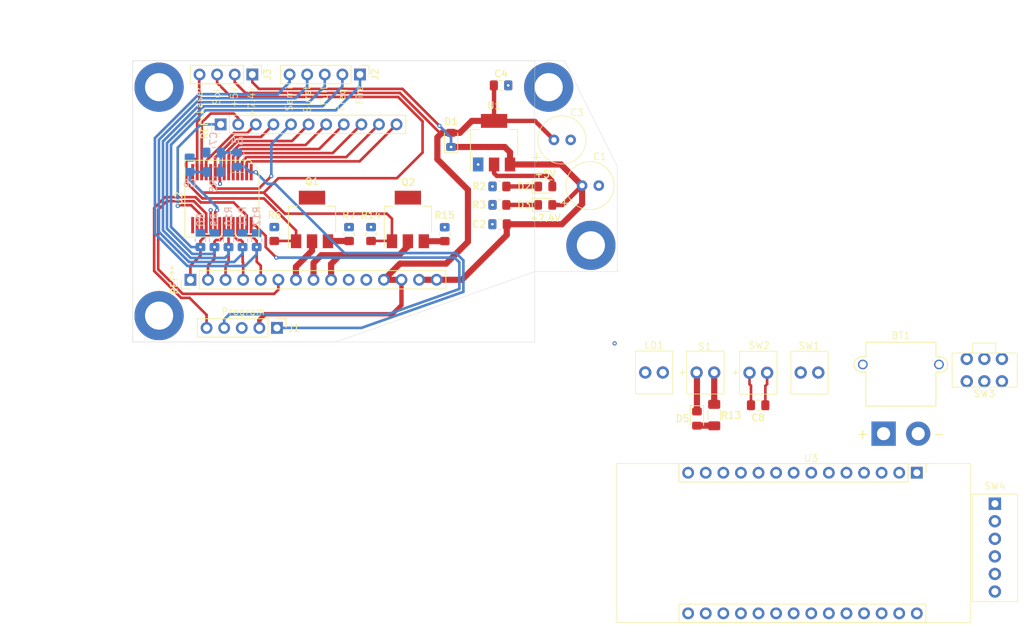
<source format=kicad_pcb>
(kicad_pcb (version 20240108) (generator "pcbnew") (generator_version "8.0")
  (title_block (title "Laser Arcade Blaster PCB") (date "2025-04-14") (rev "A") (company "Idaho State University"))
  (layers (0 "F.Cu" signal) (31 "B.Cu" signal) (34 "B.Paste" user) (35 "F.Paste" user) (36 "B.SilkS" user "B.Silkscreen") (37 "F.SilkS" user "F.Silkscreen") (38 "B.Mask" user) (39 "F.Mask" user) (44 "Edge.Cuts" user))
  (net 0 "")
  (net 1 "Net-(BT1-+)")
  (net 2 "GND")
  (net 3 "Net-(D1-K)")
  (net 4 "+5V")
  (net 5 "Net-(D4-A)")
  (net 6 "Net-(U2-INT{slash}AN12{slash}RB0)")
  (net 7 "Net-(D2-K)")
  (net 8 "Net-(D3-K)")
  (net 9 "Net-(D4-K)")
  (net 10 "Net-(D5-A)")
  (net 11 "RB6")
  (net 12 "RB7")
  (net 13 "+7.4V")
  (net 14 "Net-(LD1-K)")
  (net 15 "Net-(Q1-S)")
  (net 16 "Net-(Q1-G)")
  (net 17 "Net-(Q2-S)")
  (net 18 "Net-(Q2-D)")
  (net 19 "Net-(Q2-G)")
  (net 20 "Net-(SW3-A)")
  (net 21 "Net-(U2-P1B{slash}AN8{slash}RB2)")
  (net 22 "Net-(U2-PGM{slash}C12IN2-{slash}AN8{slash}RB3)")
  (net 23 "Net-(U2-P1D{slash}AN11{slash}RB4)")
  (net 27 "TRIG1")
  (net 28 "TRIG6")
  (net 30 "TRIG0")
  (net 31 "Net-(U2-VSS-Pad19)")
  (net 32 "VOL+")
  (net 33 "TRIG4")
  (net 34 "TRIG10")
  (net 35 "TRIG2")
  (net 36 "TRIG7")
  (net 37 "TRIG3")
  (net 39 "TRIG5")
  (net 40 "TRIG8")
  (net 42 "TRIG9")
  (footprint "AlexWheelockFootprintLibrary:Project_Blaster_Freq_Switch" (layer "F.Cu") (at 210.6168 65.3796 90)
    (property "Reference" "SW3")
    (property "Value" "Freq Select")
  )
  (footprint "AlexWheelockFootprintLibrary:Project_Locking_Output_Header" (layer "F.Cu") (at 179.2439 64.135 90)
    (property "Reference" "SW2")
    (property "Value" "Fire")
  )
  (footprint "LED_SMD:LED_0805_2012Metric_Pad1.15x1.40mm_HandSolder" (layer "F.Cu") (at 149.733 39.878)
    (property "Reference" "D3")
    (property "Value" "+7.4V")
  )
  (footprint "AlexWheelockFootprintLibrary:Project_Locking_Output_Header" (layer "F.Cu") (at 171.6024 64.1096 90)
    (property "Reference" "S1")
    (property "Value" "Solenoid")
  )
  (footprint "Capacitor_SMD:C_0805_2012Metric_Pad1.18x1.45mm_HandSolder" (layer "F.Cu") (at 143.3615 22.606)
    (property "Reference" "C4")
    (property "Value" "0.1uF")
  )
  (footprint "Resistor_SMD:R_0805_2012Metric_Pad1.20x1.40mm_HandSolder" (layer "F.Cu") (at 121.412 44.0944 90)
    (property "Reference" "R7")
    (property "Value" "0Ω")
  )
  (footprint "LED_SMD:LED_0805_2012Metric_Pad1.15x1.40mm_HandSolder" (layer "F.Cu") (at 149.74 37.211)
    (property "Reference" "D2")
    (property "Value" "+5V")
  )
  (footprint "Connector_PinHeader_2.54mm:PinHeader_1x15_P2.54mm_Vertical" (layer "F.Cu") (at 98.5012 50.6984 90)
    (property "Reference" "REF**")
    (property "Value" "PinHeader_1x15_P2.54mm_Vertical")
  )
  (footprint "Connector_PinHeader_2.54mm:PinHeader_1x05_P2.54mm_Vertical" (layer "F.Cu") (at 122.9868 21.0312 -90)
    (property "Reference" "J2")
    (property "Value" "Inputs Test Points")
  )
  (footprint "Connector_PinHeader_2.54mm:PinHeader_1x05_P2.54mm_Vertical" (layer "F.Cu") (at 110.998 57.658 -90)
    (property "Reference" "J1")
    (property "Value" "~")
  )
  (footprint "Capacitor_SMD:C_0805_2012Metric_Pad1.18x1.45mm_HandSolder" (layer "F.Cu") (at 143.1505 42.672 180)
    (property "Reference" "C2")
    (property "Value" "0.1uF")
  )
  (footprint "Diode_SMD:D_0805_2012Metric_Pad1.15x1.40mm_HandSolder" (layer "F.Cu") (at 136.144 30.48 90)
    (property "Reference" "D1")
    (property "Value" "1N4148")
  )
  (footprint "AlexWheelockFootprintLibrary:Project_Audio_Board" (layer "F.Cu") (at 203.4032 78.5876 -90)
    (property "Reference" "U3")
    (property "Value" "Audio Board")
  )
  (footprint "Package_TO_SOT_SMD:SOT-223-3_TabPin2" (layer "F.Cu") (at 129.907 41.98 90)
    (property "Reference" "Q2")
    (property "Value" "BUK9832-55A")
  )
  (footprint "AlexWheelockFootprintLibrary:Project_16V_220uF_Capacitor" (layer "F.Cu") (at 151.003 30.48 90)
    (property "Reference" "C3")
    (property "Value" "220uF")
  )
  (footprint "Resistor_SMD:R_0805_2012Metric_Pad1.20x1.40mm_HandSolder" (layer "F.Cu") (at 110.617 44.085 90)
    (property "Reference" "R6")
    (property "Value" "100kΩ")
  )
  (footprint "" (layer "F.Cu") (at 93.98 55.88)
    (property "Reference" "")
    (property "Value" "")
  )
  (footprint "Capacitor_SMD:C_0805_2012Metric_Pad1.18x1.45mm_HandSolder" (layer "F.Cu") (at 180.4924 68.834)
    (property "Reference" "C8")
    (property "Value" "50pF")
  )
  (footprint "AlexWheelockFootprintLibrary:Project_Locking_Header_1x06" (layer "F.Cu") (at 214.6808 83.058)
    (property "Reference" "SW4")
    (property "Value" "Fire Select")
  )
  (footprint "Resistor_SMD:R_0805_2012Metric_Pad1.20x1.40mm_HandSolder" (layer "F.Cu") (at 143.129 39.878)
    (property "Reference" "R3")
    (property "Value" "8.2kΩ")
  )
  (footprint "Connector_PinHeader_2.54mm:PinHeader_1x04_P2.54mm_Vertical" (layer "F.Cu") (at 107.442 21.0312 -90)
    (property "Reference" "J3")
    (property "Value" "Power & Output Test Points")
  )
  (footprint "Resistor_SMD:R_0805_2012Metric_Pad1.20x1.40mm_HandSolder" (layer "F.Cu") (at 143.129 37.211)
    (property "Reference" "R2")
    (property "Value" "4.7kΩ")
  )
  (footprint "AlexWheelockFootprintLibrary:Project_Locking_Output_Header" (layer "F.Cu") (at 189.1792 64.1096 -90)
    (property "Reference" "SW1")
    (property "Value" "Power")
  )
  (footprint "AlexWheelockFootprintLibrary:SSOP-28" (layer "F.Cu") (at 103.053 38.974 180)
    (property "Reference" "U2")
    (property "Value" "PIC16F1788-IP")
  )
  (footprint "" (layer "F.Cu") (at 93.98 22.86)
    (property "Reference" "")
    (property "Value" "")
  )
  (footprint "AlexWheelockFootprintLibrary:Project_Locking_Output_Header" (layer "F.Cu") (at 164.1856 64.0969 90)
    (property "Reference" "LD1")
    (property "Value" "Laser Diode")
  )
  (footprint "" (layer "F.Cu") (at 150.241 22.86)
    (property "Reference" "")
    (property "Value" "")
  )
  (footprint "Resistor_SMD:R_0805_2012Metric_Pad1.20x1.40mm_HandSolder" (layer "F.Cu") (at 135.2296 44.1104 90)
    (property "Reference" "R15")
    (property "Value" "0Ω")
  )
  (footprint "AlexWheelockFootprintLibrary:Project_Battery_Connector" (layer "F.Cu") (at 201.1036 59.2422)
    (property "Reference" "BT1")
    (property "Value" "7.4V")
  )
  (footprint "Resistor_SMD:R_0805_2012Metric_Pad1.20x1.40mm_HandSolder" (layer "F.Cu") (at 124.587 44.085 90)
    (property "Reference" "R14")
    (property "Value" "100kΩ")
  )
  (footprint "AlexWheelockFootprintLibrary:Project_16V_220uF_Capacitor" (layer "F.Cu") (at 155.067 37.084 90)
    (property "Reference" "C1")
    (property "Value" "220uF")
  )
  (footprint "Connector_PinHeader_2.54mm:PinHeader_1x11_P2.54mm_Vertical" (layer "F.Cu") (at 102.87 28.2448 90)
    (property "Reference" "REF**")
    (property "Value" "PinHeader_1x11_P2.54mm_Vertical")
  )
  (footprint "Diode_SMD:D_0805_2012Metric_Pad1.15x1.40mm_HandSolder" (layer "F.Cu") (at 171.6532 70.7554 -90)
    (property "Reference" "D5")
    (property "Value" "1N4148")
  )
  (footprint "Package_TO_SOT_SMD:SOT-223-3_TabPin2" (layer "F.Cu") (at 142.353 30.886 90)
    (property "Reference" "U1")
    (property "Value" "TLV1117-50")
  )
  (footprint "AlexWheelockFootprintLibrary:6-32 Mount" (layer "F.Cu") (at 156.337 45.72)
    (property "Reference" "REF**" (hide yes))
    (property "Value" "6-32 Mount")
  )
  (footprint "Package_TO_SOT_SMD:SOT-223-3_TabPin2" (layer "F.Cu") (at 116.063 41.98 90)
    (property "Reference" "Q1")
    (property "Value" "BUK9832-55A")
  )
  (footprint "Resistor_SMD:R_1206_3216Metric_Pad1.30x1.75mm_HandSolder" (layer "F.Cu") (at 174.1424 70.2564 -90)
    (property "Reference" "R13")
    (property "Value" "1kΩ")
  )
  (footprint "Capacitor_SMD:C_0805_2012Metric_Pad1.18x1.45mm_HandSolder" (layer "B.Cu") (at 101.8501 32.3178 180)
    (property "Reference" "C7")
    (property "Value" "1uF")
  )
  (footprint "Diode_SMD:D_0805_2012Metric_Pad1.15x1.40mm_HandSolder" (layer "B.Cu") (at 105.2576 33.3248 90)
    (property "Reference" "D4")
    (property "Value" "1N4148")
  )
  (footprint "Capacitor_SMD:C_0805_2012Metric_Pad1.18x1.45mm_HandSolder" (layer "B.Cu") (at 98.3996 34.0743 -90)
    (property "Reference" "C6")
    (property "Value" "1uF")
  )
  (footprint "Resistor_SMD:R_0805_2012Metric_Pad1.20x1.40mm_HandSolder" (layer "B.Cu") (at 106.045 44.974 90)
    (property "Reference" "R11")
    (property "Value" "330Ω")
  )
  (footprint "Resistor_SMD:R_0805_2012Metric_Pad1.20x1.40mm_HandSolder" (layer "B.Cu") (at 101.981 44.974 90)
    (property "Reference" "R9")
    (property "Value" "330Ω")
  )
  (footprint "Resistor_SMD:R_0805_2012Metric_Pad1.20x1.40mm_HandSolder" (layer "B.Cu") (at 104.013 44.974 90)
    (property "Reference" "R10")
    (property "Value" "330Ω")
  )
  (footprint "Resistor_SMD:R_0805_2012Metric_Pad1.20x1.40mm_HandSolder" (layer "B.Cu") (at 101.8446 35.1118 180)
    (property "Reference" "R5")
    (property "Value" "10kΩ")
  )
  (footprint "Resistor_SMD:R_0805_2012Metric_Pad1.20x1.40mm_HandSolder" (layer "B.Cu") (at 108.077 44.974 90)
    (property "Reference" "R12")
    (property "Value" "330Ω")
  )
  (footprint "Resistor_SMD:R_0805_2012Metric_Pad1.20x1.40mm_HandSolder" (layer "B.Cu") (at 99.949 44.974 90)
    (property "Reference" "R8")
    (property "Value" "330Ω")
  )
  (gr_line (start 169.8244 64.1096) (end 169.1894 64.1096) (stroke (width 0.1)) (layer "F.SilkS"))
  (gr_line (start 169.5704 64.3636) (end 169.5704 63.7286) (stroke (width 0.1)) (layer "F.SilkS"))
  (gr_line (start 177.2119 63.881) (end 177.2119 63.754) (stroke (width 0.1)) (layer "F.SilkS"))
  (gr_line (start 166.6367 64.2074) (end 166.5097 64.2074) (stroke (width 0.1)) (layer "F.SilkS"))
  (gr_line (start 169.8244 64.1096) (end 169.9514 64.1096) (stroke (width 0.1)) (layer "F.SilkS"))
  (gr_line (start 176.9579 64.135) (end 176.8309 64.135) (stroke (width 0.1)) (layer "F.SilkS"))
  (gr_line (start 176.9579 64.135) (end 177.5929 64.135) (stroke (width 0.1)) (layer "F.SilkS"))
  (gr_line (start 166.8907 63.9534) (end 166.8907 64.5884) (stroke (width 0.1)) (layer "F.SilkS"))
  (gr_line (start 169.5704 64.3636) (end 169.5704 64.4906) (stroke (width 0.1)) (layer "F.SilkS"))
  (gr_line (start 166.6367 64.2074) (end 167.2717 64.2074) (stroke (width 0.1)) (layer "F.SilkS"))
  (gr_line (start 166.8907 63.9534) (end 166.8907 63.8264) (stroke (width 0.1)) (layer "F.SilkS"))
  (gr_line (start 177.2119 63.881) (end 177.2119 64.516) (stroke (width 0.1)) (layer "F.SilkS"))
  (gr_rect (start 90.17 19.05) (end 148.2344 59.69) (stroke (width 0.05)) (fill none) (layer "Edge.Cuts"))
  (gr_line (start 148.209 49.53) (end 119.507 59.69) (stroke (width 0.05)) (layer "Edge.Cuts"))
  (gr_line (start 90.17 59.69) (end 119.507 59.69) (stroke (width 0.05)) (layer "Edge.Cuts"))
  (gr_line (start 160.147 34.29) (end 160.147 49.53) (stroke (width 0.05)) (layer "Edge.Cuts"))
  (gr_line (start 90.17 19.05) (end 90.17 59.69) (stroke (width 0.05)) (layer "Edge.Cuts"))
  (gr_line (start 148.209 49.53) (end 160.147 49.53) (stroke (width 0.05)) (layer "Edge.Cuts"))
  (gr_line (start 152.527 19.05) (end 160.147 34.29) (stroke (width 0.05)) (layer "Edge.Cuts"))
  (gr_line (start 90.17 19.05) (end 152.527 19.05) (stroke (width 0.05)) (layer "Edge.Cuts"))
  (gr_text "Laser" (at 100.33 26.8224 90) (layer "F.SilkS") (effects (font (size 1 1) (thickness 0.1)) (justify left bottom)))
  (gr_text "Full" (at 118.4148 25.6032 90) (layer "F.SilkS") (effects (font (size 1 1) (thickness 0.1)) (justify left bottom)))
  (gr_text "+5V" (at 105.41 25.908 90) (layer "F.SilkS") (effects (font (size 1 1) (thickness 0.1)) (justify left bottom)))
  (gr_text "Freq." (at 120.9548 26.3652 90) (layer "F.SilkS") (effects (font (size 1 1) (thickness 0.1)) (justify left bottom)))
  (gr_text "+7.4V" (at 107.95 27.3304 90) (layer "F.SilkS") (effects (font (size 1 1) (thickness 0.1)) (justify left bottom)))
  (gr_text "Sol." (at 102.87 25.5016 90) (layer "F.SilkS") (effects (font (size 1 1) (thickness 0.1)) (justify left bottom)))
  (gr_text "Semi" (at 113.3348 26.416 90) (layer "F.SilkS") (effects (font (size 1 1) (thickness 0.1)) (justify left bottom)))
  (gr_text "Fire" (at 123.4948 25.4508 90) (layer "F.SilkS") (effects (font (size 1 1) (thickness 0.1)) (justify left bottom)))
  (gr_text "Program" (at 102.9208 55.88 0) (layer "F.SilkS") (effects (font (size 1 1) (thickness 0.1)) (justify left bottom)))
  (gr_text "Burst" (at 115.9764 26.67 90) (layer "F.SilkS") (effects (font (size 1 1) (thickness 0.1)) (justify left bottom)))
  (via (at 159.766 59.8932) (size 0.6) (drill 0.3) (layers "F.Cu" "B.Cu") (net 0))
  (via (at 101.428 40.64) (size 0.6) (drill 0.3) (layers "F.Cu" "B.Cu") (net 2))
  (via (at 102.773 36.83) (size 0.6) (drill 0.3) (layers "F.Cu" "B.Cu") (net 2))
  (segment (start 108.4072 23.114) (end 107.442 22.1488) (width 0.381) (layer "F.Cu") (net 3))
  (segment (start 144.188 44.2292) (end 144.188 42.672) (width 0.889) (layer "F.Cu") (net 3))
  (segment (start 136.144 31.505) (end 143.9 31.505) (width 0.889) (layer "F.Cu") (net 3))
  (segment (start 155.067 39.751) (end 155.067 37.084) (width 0.889) (layer "F.Cu") (net 3))
  (segment (start 143.9 31.505) (end 144.653 32.258) (width 0.889) (layer "F.Cu") (net 3))
  (segment (start 107.442 22.1488) (end 107.442 21.0312) (width 0.381) (layer "F.Cu") (net 3))
  (segment (start 134.0612 50.6984) (end 137.7188 50.6984) (width 0.889) (layer "F.Cu") (net 3))
  (segment (start 137.7188 50.6984) (end 144.188 44.2292) (width 0.889) (layer "F.Cu") (net 3))
  (segment (start 152.146 42.672) (end 155.067 39.751) (width 0.889) (layer "F.Cu") (net 3))
  (segment (start 155.067 37.084) (end 152.019 34.036) (width 0.889) (layer "F.Cu") (net 3))
  (segment (start 129.1336 23.114) (end 108.4072 23.114) (width 0.381) (layer "F.Cu") (net 3))
  (segment (start 134.4676 28.448) (end 129.1336 23.114) (width 0.381) (layer "F.Cu") (net 3))
  (segment (start 152.273 39.878) (end 155.067 37.084) (width 0.635) (layer "F.Cu") (net 3))
  (segment (start 150.758 39.878) (end 152.273 39.878) (width 0.635) (layer "F.Cu") (net 3))
  (segment (start 131.5212 50.6984) (end 134.0612 50.6984) (width 0.889) (layer "F.Cu") (net 3))
  (segment (start 144.188 42.672) (end 152.146 42.672) (width 0.889) (layer "F.Cu") (net 3))
  (segment (start 144.653 32.258) (end 144.653 34.036) (width 0.889) (layer "F.Cu") (net 3))
  (segment (start 152.019 34.036) (end 144.653 34.036) (width 0.889) (layer "F.Cu") (net 3))
  (via (at 134.4676 28.448) (size 0.6) (drill 0.3) (layers "F.Cu" "B.Cu") (net 3))
  (segment (start 134.4676 28.448) (end 136.144 30.1244) (width 0.381) (layer "B.Cu") (net 3))
  (segment (start 136.144 30.1244) (end 136.144 31.505) (width 0.381) (layer "B.Cu") (net 3))
  (segment (start 138.5824 45.212) (end 138.5824 37.6936) (width 0.889) (layer "F.Cu") (net 4))
  (segment (start 148.259 27.736) (end 142.353 27.736) (width 0.635) (layer "F.Cu") (net 4))
  (segment (start 128.778 48.3616) (end 135.4328 48.3616) (width 0.889) (layer "F.Cu") (net 4))
  (segment (start 138.5824 37.6936) (end 134.1628 33.274) (width 0.889) (layer "F.Cu") (net 4))
  (segment (start 134.1628 30.1244) (end 134.8322 29.455) (width 0.889) (layer "F.Cu") (net 4))
  (segment (start 104.902 21.0312) (end 104.902 22.1488) (width 0.381) (layer "F.Cu") (net 4))
  (segment (start 179.2439 64.135) (end 179.2439 65.786) (width 0.381) (layer "F.Cu") (net 4))
  (segment (start 136.144 29.455) (end 137.423 29.455) (width 0.889) (layer "F.Cu") (net 4))
  (segment (start 142.353 22.635) (end 142.324 22.606) (width 0.635) (layer "F.Cu") (net 4))
  (segment (start 142.353 27.736) (end 142.353 22.635) (width 0.635) (layer "F.Cu") (net 4))
  (segment (start 134.498085 29.455) (end 136.144 29.455) (width 0.381) (layer "F.Cu") (net 4))
  (segment (start 137.423 29.455) (end 139.142 27.736) (width 0.889) (layer "F.Cu") (net 4))
  (segment (start 179.4549 65.997) (end 179.4549 68.834) (width 0.381) (layer "F.Cu") (net 4))
  (segment (start 142.353 35.292) (end 142.748 35.687) (width 0.635) (layer "F.Cu") (net 4))
  (segment (start 150.114 35.687) (end 150.765 36.338) (width 0.635) (layer "F.Cu") (net 4))
  (segment (start 142.353 34.036) (end 142.353 35.292) (width 0.635) (layer "F.Cu") (net 4))
  (segment (start 127.6604 55.6768) (end 109.2708 55.6768) (width 0.635) (layer "F.Cu") (net 4))
  (segment (start 179.4979 68.791) (end 179.4549 68.834) (width 0.381) (layer "F.Cu") (net 4))
  (segment (start 102.078 42.799) (end 102.1185 42.7585) (width 0.381) (layer "F.Cu") (net 4))
  (segment (start 106.4482 23.695) (end 128.738085 23.695) (width 0.381) (layer "F.Cu") (net 4))
  (segment (start 134.1628 33.274) (end 134.1628 30.1244) (width 0.889) (layer "F.Cu") (net 4))
  (segment (start 134.8322 29.455) (end 136.144 29.455) (width 0.889) (layer "F.Cu") (net 4))
  (segment (start 128.738085 23.695) (end 134.498085 29.455) (width 0.381) (layer "F.Cu") (net 4))
  (segment (start 109.2708 55.6768) (end 108.458 56.4896) (width 0.635) (layer "F.Cu") (net 4))
  (segment (start 126.4412 50.6984) (end 128.9812 50.6984) (width 0.889) (layer "F.Cu") (net 4))
  (segment (start 126.4412 50.6984) (end 128.778 48.3616) (width 0.889) (layer "F.Cu") (net 4))
  (segment (start 150.765 36.338) (end 150.765 37.211) (width 0.635) (layer "F.Cu") (net 4))
  (segment (start 102.362 40.64) (end 102.078 40.924) (width 0.381) (layer "F.Cu") (net 4))
  (segment (start 128.9812 54.356) (end 127.6604 55.6768) (width 0.635) (layer "F.Cu") (net 4))
  (segment (start 179.2439 65.786) (end 179.4549 65.997) (width 0.381) (layer "F.Cu") (net 4))
  (segment (start 135.4328 48.3616) (end 138.5824 45.212) (width 0.889) (layer "F.Cu") (net 4))
  (segment (start 151.003 30.48) (end 148.259 27.736) (width 0.635) (layer "F.Cu") (net 4))
  (segment (start 128.9812 54.356) (end 128.9812 50.6984) (width 0.635) (layer "F.Cu") (net 4))
  (segment (start 139.142 27.736) (end 142.353 27.736) (width 0.889) (layer "F.Cu") (net 4))
  (segment (start 142.748 35.687) (end 150.114 35.687) (width 0.635) (layer "F.Cu") (net 4))
  (segment (start 108.458 56.4896) (end 108.458 57.658) (width 0.635) (layer "F.Cu") (net 4))
  (segment (start 179.2439 64.135) (end 179.4979 64.389) (width 0.381) (layer "F.Cu") (net 4))
  (segment (start 102.078 40.924) (end 102.078 42.799) (width 0.381) (layer "F.Cu") (net 4))
  (segment (start 104.902 22.1488) (end 106.4482 23.695) (width 0.381) (layer "F.Cu") (net 4))
  (via (at 102.362 40.64) (size 0.6) (drill 0.3) (layers "F.Cu" "B.Cu") (net 4))
  (segment (start 102.362 40.2336) (end 98.3996 36.2712) (width 0.381) (layer "B.Cu") (net 4))
  (segment (start 98.3996 36.2712) (end 98.3996 35.1118) (width 0.381) (layer "B.Cu") (net 4))
  (segment (start 100.8446 35.1118) (end 98.3996 35.1118) (width 0.381) (layer "B.Cu") (net 4))
  (segment (start 100.8446 35.1118) (end 100.5332 35.4232) (width 0.381) (layer "B.Cu") (net 4))
  (segment (start 102.362 40.64) (end 102.362 40.2336) (width 0.381) (layer "B.Cu") (net 4))
  (segment (start 102.8876 32.3178) (end 102.8876 35.0688) (width 0.381) (layer "B.Cu") (net 5))
  (segment (start 102.9056 32.2998) (end 102.8876 32.3178) (width 0.381) (layer "B.Cu") (net 5))
  (segment (start 105.2576 32.2998) (end 102.9056 32.2998) (width 0.381) (layer "B.Cu") (net 5))
  (segment (start 102.8876 35.0688) (end 102.8446 35.1118) (width 0.381) (layer "B.Cu") (net 5))
  (segment (start 99.949 47.2186) (end 98.5012 48.6664) (width 0.381) (layer "F.Cu") (net 6))
  (segment (start 99.949 45.974) (end 99.949 45.085) (width 0.381) (layer "F.Cu") (net 6))
  (segment (start 181.5299 68.834) (end 181.5299 66.04) (width 0.381) (layer "F.Cu") (net 6))
  (segment (start 100.6695 44.3645) (end 102.515 44.3645) (width 0.381) (layer "F.Cu") (net 6))
  (segment (start 181.5299 66.04) (end 181.7839 65.786) (width 0.381) (layer "F.Cu") (net 6))
  (segment (start 99.949 45.085) (end 100.6695 44.3645) (width 0.381) (layer "F.Cu") (net 6))
  (segment (start 98.5012 48.6664) (end 98.5012 50.6984) (width 0.381) (layer "F.Cu") (net 6))
  (segment (start 181.7839 65.786) (end 181.7839 64.135) (width 0.381) (layer "F.Cu") (net 6))
  (segment (start 102.515 44.3645) (end 102.728 44.1515) (width 0.381) (layer "F.Cu") (net 6))
  (segment (start 99.949 45.974) (end 99.949 47.2186) (width 0.381) (layer "F.Cu") (net 6))
  (segment (start 102.728 44.1515) (end 102.728 42.799) (width 0.381) (layer "F.Cu") (net 6))
  (segment (start 122.9868 22.7076) (end 119.4944 26.2) (width 0.381) (layer "B.Cu") (net 6))
  (segment (start 100.683032 26.2) (end 95.7008 31.182232) (width 0.381) (layer "B.Cu") (net 6))
  (segment (start 119.4944 26.2) (end 100.683032 26.2) (width 0.381) (layer "B.Cu") (net 6))
  (segment (start 122.9868 21.0312) (end 122.9868 22.7076) (width 0.381) (layer "B.Cu") (net 6))
  (segment (start 95.7008 31.182232) (end 95.7008 43.063142) (width 0.381) (layer "B.Cu") (net 6))
  (segment (start 98.611658 45.974) (end 99.949 45.974) (width 0.381) (layer "B.Cu") (net 6))
  (segment (start 95.7008 43.063142) (end 98.611658 45.974) (width 0.381) (layer "B.Cu") (net 6))
  (segment (start 144.145 37.211) (end 148.724 37.211) (width 0.635) (layer "F.Cu") (net 7))
  (segment (start 144.113 39.878) (end 148.699 39.878) (width 0.635) (layer "F.Cu") (net 8))
  (segment (start 107.2826 35.1536) (end 107.278 35.149) (width 0.381) (layer "F.Cu") (net 9))
  (segment (start 107.95 35.1536) (end 107.2826 35.1536) (width 0.381) (layer "F.Cu") (net 9))
  (via (at 107.95 35.1536) (size 0.6) (drill 0.3) (layers "F.Cu" "B.Cu") (net 9))
  (segment (start 107.95 35.1536) (end 107.1372 35.1536) (width 0.381) (layer "B.Cu") (net 9))
  (segment (start 137.922 52.438931) (end 123.178131 57.658) (width 0.381) (layer "B.Cu") (net 9))
  (segment (start 107.1372 35.1536) (end 106.3334 34.3498) (width 0.381) (layer "B.Cu") (net 9))
  (segment (start 107.95 35.1536) (end 109.6264 36.83) (width 0.381) (layer "B.Cu") (net 9))
  (segment (start 110.744 36.83) (end 120.7516 46.8376) (width 0.381) (layer "B.Cu") (net 9))
  (segment (start 137.922 47.9044) (end 137.922 52.438931) (width 0.381) (layer "B.Cu") (net 9))
  (segment (start 109.6264 36.83) (end 110.744 36.83) (width 0.381) (layer "B.Cu") (net 9))
  (segment (start 106.3334 34.3498) (end 105.2576 34.3498) (width 0.381) (layer "B.Cu") (net 9))
  (segment (start 123.178131 57.658) (end 110.998 57.658) (width 0.381) (layer "B.Cu") (net 9))
  (segment (start 120.7516 46.8376) (end 136.8552 46.8376) (width 0.381) (layer "B.Cu") (net 9))
  (segment (start 136.8552 46.8376) (end 137.922 47.9044) (width 0.381) (layer "B.Cu") (net 9))
  (segment (start 171.6532 71.7804) (end 174.1164 71.7804) (width 0.889) (layer "F.Cu") (net 10))
  (segment (start 174.1164 71.7804) (end 174.1424 71.8064) (width 0.889) (layer "F.Cu") (net 10))
  (segment (start 93.2688 40.3352) (end 93.2688 49.4284) (width 0.381) (layer "F.Cu") (net 11))
  (segment (start 106.628 41.414658) (end 104.735742 39.5224) (width 0.381) (layer "F.Cu") (net 11))
  (segment (start 100.838 55.7784) (end 100.838 57.658) (width 0.381) (layer "F.Cu") (net 11))
  (segment (start 106.628 42.799) (end 106.628 41.414658) (width 0.381) (layer "F.Cu") (net 11))
  (segment (start 97.1518 53.3114) (end 98.371 53.3114) (width 0.381) (layer "F.Cu") (net 11))
  (segment (start 100.002953 39.5224) (end 99.240953 38.7604) (width 0.381) (layer "F.Cu") (net 11))
  (segment (start 99.240953 38.7604) (end 94.8436 38.7604) (width 0.381) (layer "F.Cu") (net 11))
  (segment (start 98.371 53.3114) (end 100.838 55.7784) (width 0.381) (layer "F.Cu") (net 11))
  (segment (start 94.8436 38.7604) (end 93.2688 40.3352) (width 0.381) (layer "F.Cu") (net 11))
  (segment (start 93.2688 49.4284) (end 97.1518 53.3114) (width 0.381) (layer "F.Cu") (net 11))
  (segment (start 104.735742 39.5224) (end 100.002953 39.5224) (width 0.381) (layer "F.Cu") (net 11))
  (segment (start 107.823 42.799) (end 109.3724 44.3484) (width 0.381) (layer "F.Cu") (net 12))
  (segment (start 110.8964 47.498) (end 110.8456 47.4472) (width 0.381) (layer "F.Cu") (net 12))
  (segment (start 107.278 42.799) (end 107.823 42.799) (width 0.381) (layer "F.Cu") (net 12))
  (segment (start 109.3724 44.3484) (end 109.3724 45.974) (width 0.381) (layer "F.Cu") (net 12))
  (segment (start 109.3724 45.974) (end 110.8964 47.498) (width 0.381) (layer "F.Cu") (net 12))
  (via (at 110.8964 47.498) (size 0.6) (drill 0.3) (layers "F.Cu" "B.Cu") (net 12))
  (segment (start 104.14 55.6768) (end 103.378 56.4388) (width 0.381) (layer "B.Cu") (net 12))
  (segment (start 137.341 51.9906) (end 137.282692 52.048908) (width 0.381) (layer "B.Cu") (net 12))
  (segment (start 127.033899 55.6768) (end 104.14 55.6768) (width 0.381) (layer "B.Cu") (net 12))
  (segment (start 137.341 48.187) (end 137.341 51.9906) (width 0.381) (layer "B.Cu") (net 12))
  (segment (start 136.652 47.498) (end 137.341 48.187) (width 0.381) (layer "B.Cu") (net 12))
  (segment (start 137.282692 52.048908) (end 127.033899 55.6768) (width 0.381) (layer "B.Cu") (net 12))
  (segment (start 110.8964 47.498) (end 136.652 47.498) (width 0.381) (layer "B.Cu") (net 12))
  (segment (start 103.378 56.4388) (end 103.378 57.658) (width 0.381) (layer "B.Cu") (net 12))
  (segment (start 171.6532 69.7304) (end 171.6532 64.1604) (width 0.889) (layer "F.Cu") (net 13))
  (segment (start 171.6532 64.1604) (end 171.6024 64.1096) (width 0.889) (layer "F.Cu") (net 13))
  (segment (start 116.063 46.497) (end 113.7412 48.8188) (width 0.889) (layer "F.Cu") (net 14))
  (segment (start 113.7412 48.8188) (end 113.7412 50.6984) (width 0.889) (layer "F.Cu") (net 14))
  (segment (start 116.063 45.13) (end 116.063 46.497) (width 0.889) (layer "F.Cu") (net 14))
  (segment (start 121.412 45.0944) (end 118.3986 45.0944) (width 0.889) (layer "F.Cu") (net 15))
  (segment (start 118.3986 45.0944) (end 118.363 45.13) (width 0.889) (layer "F.Cu") (net 15))
  (segment (start 118.349 45.144) (end 118.363 45.13) (width 0.889) (layer "F.Cu") (net 15))
  (segment (start 113.777 45.144) (end 113.763 45.13) (width 0.381) (layer "F.Cu") (net 16))
  (segment (start 99.7712 27.524742) (end 99.478 27.817942) (width 0.381) (layer "F.Cu") (net 16))
  (segment (start 97.917 36.615658) (end 97.917 33.528) (width 0.381) (layer "F.Cu") (net 16))
  (segment (start 97.917 33.528) (end 98.171 33.274) (width 0.381) (layer "F.Cu") (net 16))
  (segment (start 99.822 21.0312) (end 99.7712 21.082) (width 0.381) (layer "F.Cu") (net 16))
  (segment (start 100.242742 38.9414) (end 97.917 36.615658) (width 0.381) (layer "F.Cu") (net 16))
  (segment (start 113.718 45.085) (end 113.763 45.13) (width 0.381) (layer "F.Cu") (net 16))
  (segment (start 98.171 33.274) (end 99.187 33.274) (width 0.381) (layer "F.Cu") (net 16))
  (segment (start 110.617 45.085) (end 113.718 45.085) (width 0.381) (layer "F.Cu") (net 16))
  (segment (start 99.7712 21.082) (end 99.7712 27.524742) (width 0.381) (layer "F.Cu") (net 16))
  (segment (start 109.1124 38.9414) (end 100.242742 38.9414) (width 0.381) (layer "F.Cu") (net 16))
  (segment (start 99.478 27.817942) (end 99.478 35.149) (width 0.381) (layer "F.Cu") (net 16))
  (segment (start 113.763 43.592) (end 109.1124 38.9414) (width 0.381) (layer "F.Cu") (net 16))
  (segment (start 113.763 45.13) (end 113.763 43.592) (width 0.381) (layer "F.Cu") (net 16))
  (segment (start 99.478 33.565) (end 99.478 35.149) (width 0.381) (layer "F.Cu") (net 16))
  (segment (start 99.187 33.274) (end 99.478 33.565) (width 0.381) (layer "F.Cu") (net 16))
  (segment (start 132.207 45.13) (end 135.21 45.13) (width 0.889) (layer "F.Cu") (net 17))
  (segment (start 135.21 45.13) (end 135.2296 45.1104) (width 0.889) (layer "F.Cu") (net 17))
  (segment (start 118.8212 48.4124) (end 120.0912 47.1424) (width 0.889) (layer "F.Cu") (net 18))
  (segment (start 174.1424 68.7064) (end 174.1424 64.1096) (width 0.889) (layer "F.Cu") (net 18))
  (segment (start 118.8212 50.6984) (end 118.8212 48.4124) (width 0.889) (layer "F.Cu") (net 18))
  (segment (start 129.907 45.869) (end 128.6336 47.1424) (width 0.889) (layer "F.Cu") (net 18))
  (segment (start 128.6336 47.1424) (end 120.0912 47.1424) (width 0.889) (layer "F.Cu") (net 18))
  (segment (start 116.2812 48.26) (end 116.2812 50.6984) (width 0.889) (layer "F.Cu") (net 18))
  (segment (start 117.3988 47.1424) (end 116.2812 48.26) (width 0.889) (layer "F.Cu") (net 18))
  (segment (start 129.907 45.13) (end 129.907 45.869) (width 0.889) (layer "F.Cu") (net 18))
  (segment (start 120.0912 47.1424) (end 117.3988 47.1424) (width 0.889) (layer "F.Cu") (net 18))
  (segment (start 109.1169 38.1015) (end 111.2012 36.0172) (width 0.381) (layer "F.Cu") (net 19))
  (segment (start 98.828 36.705) (end 100.2245 38.1015) (width 0.381) (layer "F.Cu") (net 19))
  (segment (start 132.0292 32.3088) (end 132.0292 27.807773) (width 0.381) (layer "F.Cu") (net 19))
  (segment (start 111.2012 36.0172) (end 128.3208 36.0172) (width 0.381) (layer "F.Cu") (net 19))
  (segment (start 128.497427 24.276) (end 104.3876 24.276) (width 0.381) (layer "F.Cu") (net 19))
  (segment (start 104.3876 24.276) (end 102.362 22.2504) (width 0.381) (layer "F.Cu") (net 19))
  (segment (start 109.094158 38.1015) (end 109.1169 38.1015) (width 0.381) (layer "F.Cu") (net 19))
  (segment (start 128.3208 36.0172) (end 132.0292 32.3088) (width 0.381) (layer "F.Cu") (net 19))
  (segment (start 124.587 45.085) (end 127.562 45.085) (width 0.381) (layer "F.Cu") (net 19))
  (segment (start 112.140658 41.148) (end 109.094158 38.1015) (width 0.381) (layer "F.Cu") (net 19))
  (segment (start 109.094158 38.1015) (end 108.712 38.1015) (width 0.381) (layer "F.Cu") (net 19))
  (segment (start 127.607 45.13) (end 127.607 41.882) (width 0.381) (layer "F.Cu") (net 19))
  (segment (start 126.873 41.148) (end 112.140658 41.148) (width 0.381) (layer "F.Cu") (net 19))
  (segment (start 102.362 22.2504) (end 102.362 21.0312) (width 0.381) (layer "F.Cu") (net 19))
  (segment (start 100.2245 38.1015) (end 108.712 38.1015) (width 0.381) (layer "F.Cu") (net 19))
  (segment (start 127.562 45.085) (end 127.607 45.13) (width 0.381) (layer "F.Cu") (net 19))
  (segment (start 127.607 41.882) (end 126.873 41.148) (width 0.381) (layer "F.Cu") (net 19))
  (segment (start 98.828 35.149) (end 98.828 36.705) (width 0.381) (layer "F.Cu") (net 19))
  (segment (start 132.0292 27.807773) (end 128.497427 24.276) (width 0.381) (layer "F.Cu") (net 19))
  (segment (start 101.981 45.974) (end 101.981 45.178329) (width 0.381) (layer "F.Cu") (net 20))
  (segment (start 101.981 45.974) (end 101.981 47.6758) (width 0.381) (layer "F.Cu") (net 20))
  (segment (start 102.755658 44.9455) (end 103.378 44.323158) (width 0.381) (layer "F.Cu") (net 20))
  (segment (start 103.378 44.323158) (end 103.378 42.799) (width 0.381) (layer "F.Cu") (net 20))
  (segment (start 101.0412 48.6156) (end 101.0412 50.6984) (width 0.381) (layer "F.Cu") (net 20))
  (segment (start 101.981 45.178329) (end 102.213829 44.9455) (width 0.381) (layer "F.Cu") (net 20))
  (segment (start 102.213829 44.9455) (end 102.755658 44.9455) (width 0.381) (layer "F.Cu") (net 20))
  (segment (start 101.981 47.6758) (end 101.0412 48.6156) (width 0.381) (layer "F.Cu") (net 20))
  (segment (start 98.7805 46.9645) (end 101.7779 46.9645) (width 0.381) (layer "B.Cu") (net 20))
  (segment (start 120.4468 21.0312) (end 120.4468 22.7584) (width 0.381) (layer "B.Cu") (net 20))
  (segment (start 101.7779 46.9645) (end 101.981 46.7614) (width 0.381) (layer "B.Cu") (net 20))
  (segment (start 95.1198 30.941574) (end 95.1198 43.3038) (width 0.381) (layer "B.Cu") (net 20))
  (segment (start 95.1198 43.3038) (end 98.7805 46.9645) (width 0.381) (layer "B.Cu") (net 20))
  (segment (start 100.442374 25.619) (end 95.1198 30.941574) (width 0.381) (layer "B.Cu") (net 20))
  (segment (start 101.981 46.7614) (end 101.981 45.974) (width 0.381) (layer "B.Cu") (net 20))
  (segment (start 120.4468 22.7584) (end 117.5862 25.619) (width 0.381) (layer "B.Cu") (net 20))
  (segment (start 117.5862 25.619) (end 100.442374 25.619) (width 0.381) (layer "B.Cu") (net 20))
  (segment (start 104.013 45.974) (end 104.013 48.1838) (width 0.381) (layer "F.Cu") (net 21))
  (segment (start 104.013 45.974) (end 104.013 42.814) (width 0.381) (layer "F.Cu") (net 21))
  (segment (start 104.013 42.814) (end 104.028 42.799) (width 0.381) (layer "F.Cu") (net 21))
  (segment (start 104.013 48.1838) (end 103.5812 48.6156) (width 0.381) (layer "F.Cu") (net 21))
  (segment (start 103.5812 48.6156) (end 103.5812 50.6984) (width 0.381) (layer "F.Cu") (net 21))
  (segment (start 98.539842 47.5455) (end 94.5388 43.544458) (width 0.381) (layer "B.Cu") (net 21))
  (segment (start 103.4829 47.5455) (end 98.539842 47.5455) (width 0.381) (layer "B.Cu") (net 21))
  (segment (start 100.201716 25.038) (end 115.618342 25.038) (width 0.381) (layer "B.Cu") (net 21))
  (segment (start 104.013 45.974) (end 104.013 47.0154) (width 0.381) (layer "B.Cu") (net 21))
  (segment (start 94.5388 43.544458) (end 94.5388 30.700916) (width 0.381) (layer "B.Cu") (net 21))
  (segment (start 94.5388 30.700916) (end 100.201716 25.038) (width 0.381) (layer "B.Cu") (net 21))
  (segment (start 115.618342 25.038) (end 117.9068 22.749542) (width 0.381) (layer "B.Cu") (net 21))
  (segment (start 104.013 47.0154) (end 103.4829 47.5455) (width 0.381) (layer "B.Cu") (net 21))
  (segment (start 117.9068 22.749542) (end 117.9068 21.0312) (width 0.381) (layer "B.Cu") (net 21))
  (segment (start 106.045 48.133) (end 106.1212 48.2092) (width 0.381) (layer "F.Cu") (net 22))
  (segment (start 106.1212 48.2092) (end 106.1212 50.6984) (width 0.381) (layer "F.Cu") (net 22))
  (segment (start 104.678 44.285658) (end 104.678 42.799) (width 0.381) (layer "F.Cu") (net 22))
  (segment (start 106.045 45.974) (end 106.045 45.212) (width 0.381) (layer "F.Cu") (net 22))
  (segment (start 105.350342 44.958) (end 104.678 44.285658) (width 0.381) (layer "F.Cu") (net 22))
  (segment (start 106.045 45.212) (end 105.791 44.958) (width 0.381) (layer "F.Cu") (net 22))
  (segment (start 106.045 45.974) (end 106.045 48.133) (width 0.381) (layer "F.Cu") (net 22))
  (segment (start 105.791 44.958) (end 105.350342 44.958) (width 0.381) (layer "F.Cu") (net 22))
  (segment (start 115.3668 22.7584) (end 113.6682 24.457) (width 0.381) (layer "B.Cu") (net 22))
  (segment (start 93.9578 30.460258) (end 93.9578 43.785116) (width 0.381) (layer "B.Cu") (net 22))
  (segment (start 104.8323 48.1265) (end 106.045 46.9138) (width 0.381) (layer "B.Cu") (net 22))
  (segment (start 93.9578 43.785116) (end 98.299184 48.1265) (width 0.381) (layer "B.Cu") (net 22))
  (segment (start 99.961058 24.457) (end 93.9578 30.460258) (width 0.381) (layer "B.Cu") (net 22))
  (segment (start 98.299184 48.1265) (end 104.8323 48.1265) (width 0.381) (layer "B.Cu") (net 22))
  (segment (start 115.3668 21.0312) (end 115.3668 22.7584) (width 0.381) (layer "B.Cu") (net 22))
  (segment (start 113.6682 24.457) (end 99.961058 24.457) (width 0.381) (layer "B.Cu") (net 22))
  (segment (start 106.045 46.9138) (end 106.045 45.974) (width 0.381) (layer "B.Cu") (net 22))
  (segment (start 105.328 44.114) (end 105.328 42.799) (width 0.381) (layer "F.Cu") (net 23))
  (segment (start 108.077 48.0822) (end 108.6612 48.6664) (width 0.381) (layer "F.Cu") (net 23))
  (segment (start 108.6612 48.6664) (end 108.6612 50.6984) (width 0.381) (layer "F.Cu") (net 23))
  (segment (start 107.369 44.377) (end 105.591 44.377) (width 0.381) (layer "F.Cu") (net 23))
  (segment (start 108.077 45.085) (end 107.369 44.377) (width 0.381) (layer "F.Cu") (net 23))
  (segment (start 108.077 45.974) (end 108.077 48.0822) (width 0.381) (layer "F.Cu") (net 23))
  (segment (start 108.077 45.974) (end 108.077 45.085) (width 0.381) (layer "F.Cu") (net 23))
  (segment (start 105.591 44.377) (end 105.328 44.114) (width 0.381) (layer "F.Cu") (net 23))
  (segment (start 108.077 45.974) (end 108.077 47.0154) (width 0.381) (layer "B.Cu") (net 23))
  (segment (start 108.077 47.0154) (end 106.3849 48.7075) (width 0.381) (layer "B.Cu") (net 23))
  (segment (start 93.3768 44.025774) (end 93.3768 30.2196) (width 0.381) (layer "B.Cu") (net 23))
  (segment (start 93.3768 30.2196) (end 99.7204 23.876) (width 0.381) (layer "B.Cu") (net 23))
  (segment (start 111.0996 23.876) (end 112.8268 22.1488) (width 0.381) (layer "B.Cu") (net 23))
  (segment (start 99.7204 23.876) (end 111.0996 23.876) (width 0.381) (layer "B.Cu") (net 23))
  (segment (start 112.8268 22.1488) (end 112.8268 21.0312) (width 0.381) (layer "B.Cu") (net 23))
  (segment (start 98.058526 48.7075) (end 93.3768 44.025774) (width 0.381) (layer "B.Cu") (net 23))
  (segment (start 106.3849 48.7075) (end 98.058526 48.7075) (width 0.381) (layer "B.Cu") (net 23))
  (segment (start 105.978 33.593) (end 106.5997 32.9713) (width 0.381) (layer "F.Cu") (net 27))
  (segment (start 121.0035 32.9713) (end 125.73 28.2448) (width 0.381) (layer "F.Cu") (net 27))
  (segment (start 105.978 35.149) (end 105.978 33.593) (width 0.381) (layer "F.Cu") (net 27))
  (segment (start 106.5997 32.9713) (end 121.0035 32.9713) (width 0.381) (layer "F.Cu") (net 27))
  (segment (start 101.428 36.705) (end 102.2435 37.5205) (width 0.381) (layer "F.Cu") (net 28))
  (segment (start 108.3771 37.5205) (end 110.1852 35.7124) (width 0.381) (layer "F.Cu") (net 28))
  (segment (start 101.428 35.149) (end 101.428 36.705) (width 0.381) (layer "F.Cu") (net 28))
  (segment (start 102.2435 37.5205) (end 108.3771 37.5205) (width 0.381) (layer "F.Cu") (net 28))
  (via (at 110.1852 35.7124) (size 0.6) (drill 0.3) (layers "F.Cu" "B.Cu") (net 28))
  (segment (start 110.1852 31.0896) (end 110.1852 35.7124) (width 0.381) (layer "B.Cu") (net 28))
  (segment (start 113.03 28.2448) (end 110.1852 31.0896) (width 0.381) (layer "B.Cu") (net 28))
  (segment (start 110.1852 35.7124) (end 110.1852 35.6616) (width 0.381) (layer "B.Cu") (net 28))
  (segment (start 122.936 33.5788) (end 128.27 28.2448) (width 0.381) (layer "F.Cu") (net 30))
  (segment (start 106.628 33.764658) (end 106.813858 33.5788) (width 0.381) (layer "F.Cu") (net 30))
  (segment (start 106.628 35.149) (end 106.628 33.764658) (width 0.381) (layer "F.Cu") (net 30))
  (segment (start 106.813858 33.5788) (end 122.936 33.5788) (width 0.381) (layer "F.Cu") (net 30))
  (segment (start 101.428 40.64) (end 101.428 42.799) (width 0.381) (layer "F.Cu") (net 31))
  (segment (start 102.773 35.194) (end 102.728 35.149) (width 0.381) (layer "F.Cu") (net 31))
  (segment (start 102.773 36.83) (end 102.773 35.194) (width 0.381) (layer "F.Cu") (net 31))
  (segment (start 93.8498 49.187742) (end 97.392458 52.7304) (width 0.381) (layer "F.Cu") (net 32))
  (segment (start 110.5916 52.7304) (end 111.2012 52.1208) (width 0.381) (layer "F.Cu") (net 32))
  (segment (start 93.8498 40.575858) (end 93.8498 49.187742) (width 0.381) (layer "F.Cu") (net 32))
  (segment (start 111.2012 52.1208) (end 111.2012 50.6984) (width 0.381) (layer "F.Cu") (net 32))
  (segment (start 99.000295 39.3414) (end 95.084258 39.3414) (width 0.381) (layer "F.Cu") (net 32))
  (segment (start 100.778 41.119105) (end 99.000295 39.3414) (width 0.381) (layer "F.Cu") (net 32))
  (segment (start 100.778 42.799) (end 100.778 41.119105) (width 0.381) (layer "F.Cu") (net 32))
  (segment (start 97.392458 52.7304) (end 110.5916 52.7304) (width 0.381) (layer "F.Cu") (net 32))
  (segment (start 95.084258 39.3414) (end 93.8498 40.575858) (width 0.381) (layer "F.Cu") (net 32))
  (segment (start 105.534158 31.2283) (end 115.1265 31.2283) (width 0.381) (layer "F.Cu") (net 33))
  (segment (start 115.1265 31.2283) (end 118.11 28.2448) (width 0.381) (layer "F.Cu") (net 33))
  (segment (start 104.028 35.149) (end 104.028 32.734458) (width 0.381) (layer "F.Cu") (net 33))
  (segment (start 104.028 32.734458) (end 105.534158 31.2283) (width 0.381) (layer "F.Cu") (net 33))
  (segment (start 98.604779 39.9224) (end 100.128 41.445621) (width 0.381) (layer "F.Cu") (net 34))
  (segment (start 96.6724 40.0319) (end 96.7819 39.9224) (width 0.381) (layer "F.Cu") (net 34))
  (segment (start 96.7819 39.9224) (end 98.604779 39.9224) (width 0.381) (layer "F.Cu") (net 34))
  (segment (start 100.128 41.445621) (end 100.128 42.799) (width 0.381) (layer "F.Cu") (net 34))
  (via (at 96.6724 40.0319) (size 0.6) (drill 0.3) (layers "F.Cu" "B.Cu") (net 34))
  (segment (start 96.6724 40.0319) (end 96.6724 31.5976) (width 0.381) (layer "B.Cu") (net 34))
  (segment (start 100.0252 28.2448) (end 102.87 28.2448) (width 0.381) (layer "B.Cu") (net 34))
  (segment (start 96.6724 31.5976) (end 100.0252 28.2448) (width 0.381) (layer "B.Cu") (net 34))
  (segment (start 105.328 35.149) (end 105.328 33.077774) (width 0.381) (layer "F.Cu") (net 35))
  (segment (start 105.328 33.077774) (end 106.015474 32.3903) (width 0.381) (layer "F.Cu") (net 35))
  (segment (start 106.015474 32.3903) (end 119.0445 32.3903) (width 0.381) (layer "F.Cu") (net 35))
  (segment (start 119.0445 32.3903) (end 123.19 28.2448) (width 0.381) (layer "F.Cu") (net 35))
  (segment (start 108.6685 30.0663) (end 110.49 28.2448) (width 0.381) (layer "F.Cu") (net 36))
  (segment (start 105.052842 30.0663) (end 108.6685 30.0663) (width 0.381) (layer "F.Cu") (net 36))
  (segment (start 102.078 33.041142) (end 105.052842 30.0663) (width 0.381) (layer "F.Cu") (net 36))
  (segment (start 102.078 35.149) (end 102.078 33.041142) (width 0.381) (layer "F.Cu") (net 36))
  (segment (start 104.678 32.906116) (end 105.774816 31.8093) (width 0.381) (layer "F.Cu") (net 37))
  (segment (start 104.678 35.149) (end 104.678 32.906116) (width 0.381) (layer "F.Cu") (net 37))
  (segment (start 105.774816 31.8093) (end 117.0855 31.8093) (width 0.381) (layer "F.Cu") (net 37))
  (segment (start 117.0855 31.8093) (end 120.65 28.2448) (width 0.381) (layer "F.Cu") (net 37))
  (segment (start 113.1675 30.6473) (end 115.57 28.2448) (width 0.381) (layer "F.Cu") (net 39))
  (segment (start 103.378 32.5628) (end 105.2935 30.6473) (width 0.381) (layer "F.Cu") (net 39))
  (segment (start 105.2935 30.6473) (end 113.1675 30.6473) (width 0.381) (layer "F.Cu") (net 39))
  (segment (start 103.378 35.149) (end 103.378 32.5628) (width 0.381) (layer "F.Cu") (net 39))
  (segment (start 104.812184 29.4853) (end 106.7095 29.4853) (width 0.381) (layer "F.Cu") (net 40))
  (segment (start 100.778 33.519484) (end 104.812184 29.4853) (width 0.381) (layer "F.Cu") (net 40))
  (segment (start 106.7095 29.4853) (end 107.95 28.2448) (width 0.381) (layer "F.Cu") (net 40))
  (segment (start 100.778 35.149) (end 100.778 33.519484) (width 0.381) (layer "F.Cu") (net 40))
  (segment (start 105.41 27.3304) (end 105.41 28.2448) (width 0.381) (layer "F.Cu") (net 42))
  (segment (start 100.128 35.149) (end 100.128 27.9896) (width 0.381) (layer "F.Cu") (net 42))
  (segment (start 100.128 27.9896) (end 101.4476 26.67) (width 0.381) (layer "F.Cu") (net 42))
  (segment (start 104.7496 26.67) (end 105.41 27.3304) (width 0.381) (layer "F.Cu") (net 42))
  (segment (start 101.4476 26.67) (end 104.7496 26.67) (width 0.381) (layer "F.Cu") (net 42))
)
</source>
